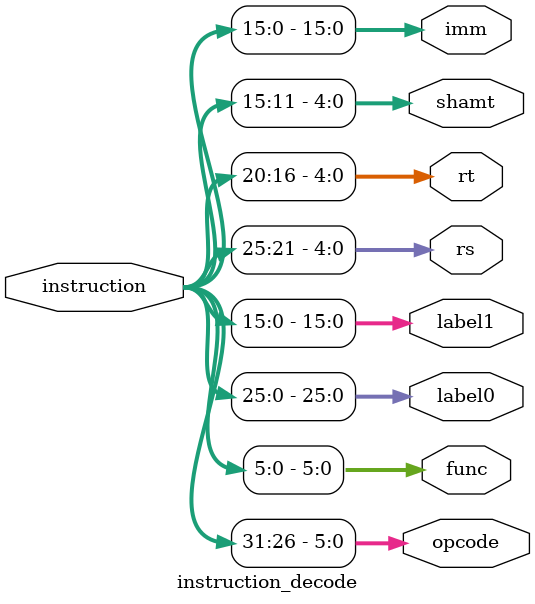
<source format=v>
`timescale 1ns / 1ps

module instruction_decode (
    input [31:0] instruction,
    output [5:0] opcode,
    output [5:0] func,
    output [25:0] label0,
    output [15:0] label1,
    output [4:0] rs,
    output [4:0] rt,
    output [4:0] shamt,
    output [15:0] imm
);

    assign opcode = instruction[31:26];     // Opcode
    assign func = instruction[5:0];         // Function code
    assign label0 = instruction[25:0];      // Jump address for 26-bit addresses
    assign label1 = instruction[15:0];      // Jump address for 16-bit addresses
    assign rs = instruction[25:21];         // Register rs
    assign rt = instruction[20:16];         // Register rt
    assign shamt = instruction[15:11];      // Shift amount
    assign imm = instruction[15:0];         // Immediate value
    
endmodule
</source>
